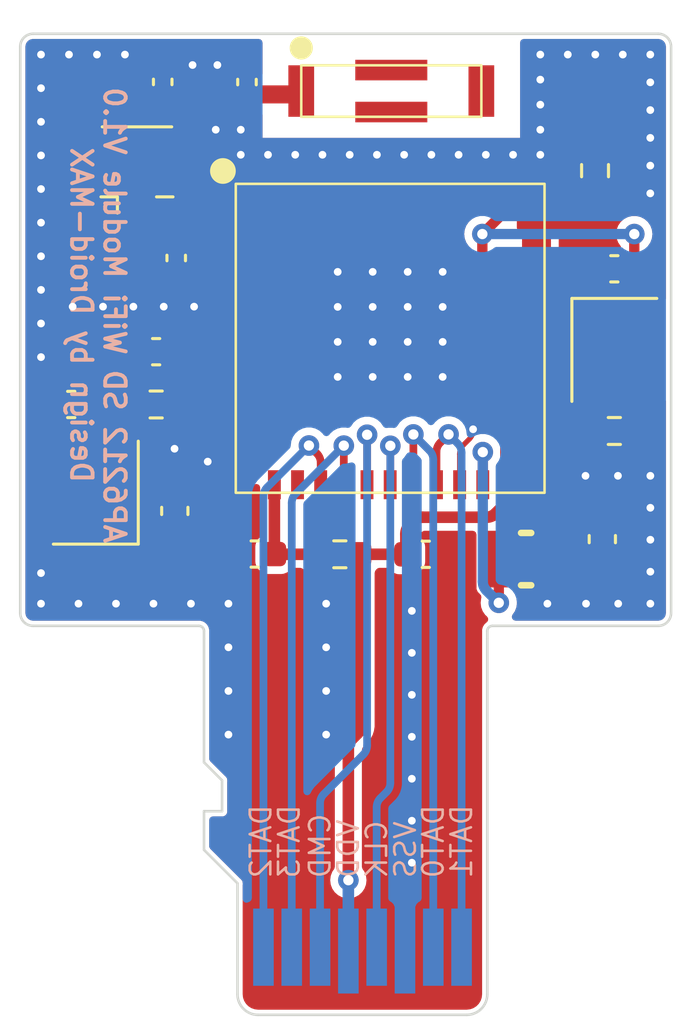
<source format=kicad_pcb>
(kicad_pcb (version 20221018) (generator pcbnew)
  (title_block (title "AP6212_SD_WiFi_Module") (date "2023-08-20") (rev "1.0"))
  (layers (0 "F.Cu" signal) (31 "B.Cu" signal) (34 "B.Paste" user) (35 "F.Paste" user) (36 "B.SilkS" user "B.Silkscreen") (37 "F.SilkS" user "F.Silkscreen") (38 "B.Mask" user) (39 "F.Mask" user) (44 "Edge.Cuts" user))
  (net 0 "")
  (net 1 "Net-(C1-Pad2)")
  (net 2 "Net-(U1-XTAL_IN)")
  (net 3 "VCC")
  (net 4 "Net-(U1-WL_REG_ON)")
  (net 5 "Net-(AE1-A)")
  (net 6 "GND")
  (net 7 "Net-(J1-In)")
  (net 8 "Net-(U1-VIN_LDO_OUT)")
  (net 9 "Net-(U1-VIN_LDO)")
  (net 10 "/SDIO_D2")
  (net 11 "/SDIO_D3")
  (net 12 "/SDIO_CMD")
  (net 13 "/SDIO_CLK")
  (net 14 "/SDIO_D0")
  (net 15 "/SDIO_D1")
  (net 21 "Net-(U1-XTAL_OUT)")
  (net 23 "Net-(U1-LPO)")
  (net 39 "Net-(X1-OUT)")
  (footprint "Capacitor_SMD:C_0603_1608Metric" (layer "F.Cu") (at 220.8 116.13)
    (fp_text reference "C10" hide)
    (fp_text value "0.1uF" hide)
    (fp_line (start -0.14058 -0.51) (end 0.14058 -0.51) (stroke (width 0.12)) (layer "F.SilkS"))
    (fp_line (start -0.14058 0.51) (end 0.14058 0.51) (stroke (width 0.12)) (layer "F.SilkS"))
    (pad "1" smd roundrect (at -0.775 0) (size 0.9 0.95) (layers "F.Cu" "F.Paste" "F.Mask") (net 6 "GND"))
    (pad "2" smd roundrect (at 0.775 0) (size 0.9 0.95) (layers "F.Cu" "F.Paste" "F.Mask") (net 3 "VCC"))
  )
  (footprint "Resistor_SMD:R_0603_1608Metric" (layer "F.Cu") (at 202.9925 121.4)
    (fp_text reference "R1" hide)
    (fp_text value "0R" hide)
    (fp_line (start -0.237258 -0.5225) (end 0.237258 -0.5225) (stroke (width 0.12)) (layer "F.SilkS"))
    (fp_line (start -0.237258 0.5225) (end 0.237258 0.5225) (stroke (width 0.12)) (layer "F.SilkS"))
    (pad "1" smd roundrect (at -0.825 0) (size 0.8 0.95) (layers "F.Cu" "F.Paste" "F.Mask") (net 1 "Net-(C1-Pad2)"))
    (pad "2" smd roundrect (at 0.825 0) (size 0.8 0.95) (layers "F.Cu" "F.Paste" "F.Mask") (net 2 "Net-(U1-XTAL_IN)"))
  )
  (footprint "Capacitor_SMD:C_0603_1608Metric" (layer "F.Cu") (at 220.333 126.631 90)
    (fp_text reference "C8" hide)
    (fp_text value "4.7uF" hide)
    (fp_line (start -0.14058 -0.51) (end 0.14058 -0.51) (stroke (width 0.12)) (layer "F.SilkS"))
    (fp_line (start -0.14058 0.51) (end 0.14058 0.51) (stroke (width 0.12)) (layer "F.SilkS"))
    (pad "1" smd roundrect (at -0.775 0 90) (size 0.9 0.95) (layers "F.Cu" "F.Paste" "F.Mask") (net 9 "Net-(U1-VIN_LDO)"))
    (pad "2" smd roundrect (at 0.775 0 90) (size 0.9 0.95) (layers "F.Cu" "F.Paste" "F.Mask") (net 6 "GND"))
  )
  (footprint "Connector_Coaxial:U.FL_Hirose_U.FL-R-SMT-1_Vertical" (layer "F.Cu") (at 202.2475 112.45 90)
    (fp_text reference "J1" hide)
    (fp_text value "Conn_Coaxial" hide)
    (fp_line (start -0.885 -1.4) (end -0.885 -0.76) (stroke (width 0.12)) (layer "F.SilkS"))
    (fp_line (start -0.885 -0.76) (end -1.515 -0.76) (stroke (width 0.12)) (layer "F.SilkS"))
    (fp_line (start -0.885 1.4) (end -0.885 0.76) (stroke (width 0.12)) (layer "F.SilkS"))
    (fp_line (start 1.835 -1.35) (end 1.835 1.35) (stroke (width 0.12)) (layer "F.SilkS"))
    (pad "1" smd rect (at -1.05 0 90) (size 1.05 1) (layers "F.Cu" "F.Paste" "F.Mask") (net 7 "Net-(J1-In)"))
    (pad "2" smd rect (at 0.475 -1.475 90) (size 2.2 1.05) (layers "F.Cu" "F.Paste" "F.Mask") (net 6 "GND"))
    (pad "2" smd rect (at 0.475 1.475 90) (size 2.2 1.05) (layers "F.Cu" "F.Paste" "F.Mask") (net 6 "GND"))
  )
  (footprint "Capacitor_SMD:C_0603_1608Metric" (layer "F.Cu") (at 213.4725 127.22)
    (fp_text reference "C9" hide)
    (fp_text value "4.7uF" hide)
    (fp_line (start -0.14058 -0.51) (end 0.14058 -0.51) (stroke (width 0.12)) (layer "F.SilkS"))
    (fp_line (start -0.14058 0.51) (end 0.14058 0.51) (stroke (width 0.12)) (layer "F.SilkS"))
    (pad "1" smd roundrect (at -0.775 0) (size 0.9 0.95) (layers "F.Cu" "F.Paste" "F.Mask") (net 3 "VCC"))
    (pad "2" smd roundrect (at 0.775 0) (size 0.9 0.95) (layers "F.Cu" "F.Paste" "F.Mask") (net 6 "GND"))
  )
  (footprint "Capacitor_SMD:C_0402_1005Metric" (layer "F.Cu") (at 203.2475 108.87 90)
    (fp_text reference "C4" hide)
    (fp_text value "3.3nH" hide)
    (fp_line (start -0.107836 -0.36) (end 0.107836 -0.36) (stroke (width 0.12)) (layer "F.SilkS"))
    (fp_line (start -0.107836 0.36) (end 0.107836 0.36) (stroke (width 0.12)) (layer "F.SilkS"))
    (pad "1" smd roundrect (at -0.48 0 90) (size 0.56 0.62) (layers "F.Cu" "F.Paste" "F.Mask") (net 7 "Net-(J1-In)"))
    (pad "2" smd roundrect (at 0.48 0 90) (size 0.56 0.62) (layers "F.Cu" "F.Paste" "F.Mask") (net 6 "GND"))
  )
  (footprint "Crystal:Crystal_SMD_3225-4Pin_3.2x2.5mm" (layer "F.Cu") (at 220.8 119.28 -90)
    (fp_text reference "X1" hide)
    (fp_text value "32.768KHz" hide)
    (fp_line (start -2 -1.65) (end -2 1.65) (stroke (width 0.12)) (layer "F.SilkS"))
    (fp_line (start -2 1.65) (end 2 1.65) (stroke (width 0.12)) (layer "F.SilkS"))
    (pad "1" smd rect (at -1.1 0.85 270) (size 1.4 1.2) (layers "F.Cu" "F.Paste" "F.Mask") (net 3 "VCC"))
    (pad "2" smd rect (at 1.1 0.85 270) (size 1.4 1.2) (layers "F.Cu" "F.Paste" "F.Mask") (net 6 "GND"))
    (pad "3" smd rect (at 1.1 -0.85 270) (size 1.4 1.2) (layers "F.Cu" "F.Paste" "F.Mask") (net 39 "Net-(X1-OUT)"))
    (pad "4" smd rect (at -1.1 -0.85 270) (size 1.4 1.2) (layers "F.Cu" "F.Paste" "F.Mask") (net 3 "VCC"))
  )
  (footprint "Capacitor_SMD:C_0402_1005Metric" (layer "F.Cu") (at 203.7725 115.71 90)
    (fp_text reference "C5" hide)
    (fp_text value "DNP" hide)
    (fp_line (start -0.107836 -0.36) (end 0.107836 -0.36) (stroke (width 0.12)) (layer "F.SilkS"))
    (fp_line (start -0.107836 0.36) (end 0.107836 0.36) (stroke (width 0.12)) (layer "F.SilkS"))
    (pad "1" smd roundrect (at -0.48 0 90) (size 0.56 0.62) (layers "F.Cu" "F.Paste" "F.Mask") (net 6 "GND"))
    (pad "2" smd roundrect (at 0.48 0 90) (size 0.56 0.62) (layers "F.Cu" "F.Paste" "F.Mask") (net 7 "Net-(J1-In)"))
  )
  (footprint "Capacitor_SMD:C_0603_1608Metric" (layer "F.Cu") (at 199.6925 121.4)
    (fp_text reference "C1" hide)
    (fp_text value "24pF" hide)
    (fp_line (start -0.14058 -0.51) (end 0.14058 -0.51) (stroke (width 0.12)) (layer "F.SilkS"))
    (fp_line (start -0.14058 0.51) (end 0.14058 0.51) (stroke (width 0.12)) (layer "F.SilkS"))
    (pad "1" smd roundrect (at -0.775 0) (size 0.9 0.95) (layers "F.Cu" "F.Paste" "F.Mask") (net 6 "GND"))
    (pad "2" smd roundrect (at 0.775 0) (size 0.9 0.95) (layers "F.Cu" "F.Paste" "F.Mask") (net 1 "Net-(C1-Pad2)"))
  )
  (footprint "Capacitor_SMD:C_0603_1608Metric" (layer "F.Cu") (at 206.8225 127.21 180)
    (fp_text reference "C7" hide)
    (fp_text value "0.1uF" hide)
    (fp_line (start -0.14058 -0.51) (end 0.14058 -0.51) (stroke (width 0.12)) (layer "F.SilkS"))
    (fp_line (start -0.14058 0.51) (end 0.14058 0.51) (stroke (width 0.12)) (layer "F.SilkS"))
    (pad "1" smd roundrect (at -0.775 0 180) (size 0.9 0.95) (layers "F.Cu" "F.Paste" "F.Mask") (net 4 "Net-(U1-WL_REG_ON)"))
    (pad "2" smd roundrect (at 0.775 0 180) (size 0.9 0.95) (layers "F.Cu" "F.Paste" "F.Mask") (net 6 "GND"))
  )
  (footprint "Custom_Libs:AT7020-E3R0" (layer "F.Cu") (at 212.132 109.225 180)
    (fp_text reference "AE1" hide)
    (fp_text value "Antenna" hide)
    (fp_rect (start -3.5 -1) (end 3.5 1) (stroke (width 0.1)) (fill none) (layer "F.SilkS"))
    (fp_circle (center 3.5 1.675) (end 3.9 1.675) (stroke (width 0.1)) (fill solid) (layer "F.SilkS"))
    (pad "1" smd rect (at 3.5 0 180) (size 1 2) (layers "F.Cu" "F.Paste" "F.Mask") (net 5 "Net-(AE1-A)"))
    (pad "2" smd rect (at -3.5 0 180) (size 1 2) (layers "F.Cu" "F.Paste" "F.Mask"))
    (pad "3" smd rect (at 0 -0.815 180) (size 2.8 0.8) (layers "F.Cu" "F.Paste" "F.Mask"))
    (pad "4" smd rect (at 0 0.815 180) (size 2.8 0.8) (layers "F.Cu" "F.Paste" "F.Mask"))
    (zone (net 0) (net_name "") (layers "*.Cu") (connect_pads (clearance 0)) (min_thickness 0.25)
      (keepout (tracks allowed) (vias not_allowed) (pads allowed) (copperpour not_allowed) (footprints not_allowed))
      (fill (thermal_gap 0.5) (thermal_bridge_width 0.5))
      (polygon (pts (xy 217.137 111.043) (xy 207.127 111.043) (xy 207.127 106.177) (xy 217.137 106.177)))
    )
  )
  (footprint "Capacitor_SMD:C_0603_1608Metric" (layer "F.Cu") (at 202.9925 119.35)
    (fp_text reference "C6" hide)
    (fp_text value "10uF" hide)
    (fp_line (start -0.14058 -0.51) (end 0.14058 -0.51) (stroke (width 0.12)) (layer "F.SilkS"))
    (fp_line (start -0.14058 0.51) (end 0.14058 0.51) (stroke (width 0.12)) (layer "F.SilkS"))
    (pad "1" smd roundrect (at -0.775 0) (size 0.9 0.95) (layers "F.Cu" "F.Paste" "F.Mask") (net 6 "GND"))
    (pad "2" smd roundrect (at 0.775 0) (size 0.9 0.95) (layers "F.Cu" "F.Paste" "F.Mask") (net 3 "VCC"))
  )
  (footprint "Resistor_SMD:R_0603_1608Metric" (layer "F.Cu") (at 220.8 122.43)
    (fp_text reference "R4" hide)
    (fp_text value "1K" hide)
    (fp_line (start -0.237258 -0.5225) (end 0.237258 -0.5225) (stroke (width 0.12)) (layer "F.SilkS"))
    (fp_line (start -0.237258 0.5225) (end 0.237258 0.5225) (stroke (width 0.12)) (layer "F.SilkS"))
    (pad "1" smd roundrect (at -0.825 0) (size 0.8 0.95) (layers "F.Cu" "F.Paste" "F.Mask") (net 23 "Net-(U1-LPO)"))
    (pad "2" smd roundrect (at 0.825 0) (size 0.8 0.95) (layers "F.Cu" "F.Paste" "F.Mask") (net 39 "Net-(X1-OUT)"))
  )
  (footprint "Resistor_SMD:R_0603_1608Metric" (layer "F.Cu") (at 220.05 112.3175 90)
    (fp_text reference "R3" hide)
    (fp_text value "10K" hide)
    (fp_line (start -0.237258 -0.5225) (end 0.237258 -0.5225) (stroke (width 0.12)) (layer "F.SilkS"))
    (fp_line (start -0.237258 0.5225) (end 0.237258 0.5225) (stroke (width 0.12)) (layer "F.SilkS"))
    (pad "1" smd roundrect (at -0.825 0 90) (size 0.8 0.95) (layers "F.Cu" "F.Paste" "F.Mask") (net 3 "VCC"))
    (pad "2" smd roundrect (at 0.825 0 90) (size 0.8 0.95) (layers "F.Cu" "F.Paste" "F.Mask") (net 6 "GND"))
  )
  (footprint "Custom_Libs:IND-SMD_L2.5-W2.0" (layer "F.Cu") (at 217.372 127.406 180)
    (fp_text reference "L2" hide)
    (fp_text value "4.7uH")
    (fp_line (start -0.197 1.016) (end 0.197 1.016) (stroke (width 0.254)) (layer "F.SilkS"))
    (fp_line (start 0.197 -1.016) (end -0.197 -1.016) (stroke (width 0.254)) (layer "F.SilkS"))
    (pad "1" smd rect (at 1.028 0 180) (size 1.2 2.2) (layers "F.Cu" "F.Paste" "F.Mask") (net 8 "Net-(U1-VIN_LDO_OUT)"))
    (pad "2" smd rect (at -1.028 0 180) (size 1.2 2.2) (layers "F.Cu" "F.Paste" "F.Mask") (net 9 "Net-(U1-VIN_LDO)"))
  )
  (footprint "Inductor_SMD:L_0402_1005Metric" (layer "F.Cu") (at 204.8875 109.355)
    (fp_text reference "L1" hide)
    (fp_text value "3.9nH" hide)
    (pad "1" smd roundrect (at -0.485 0) (size 0.59 0.64) (layers "F.Cu" "F.Paste" "F.Mask") (net 7 "Net-(J1-In)"))
    (pad "2" smd roundrect (at 0.485 0) (size 0.59 0.64) (layers "F.Cu" "F.Paste" "F.Mask") (net 5 "Net-(AE1-A)"))
  )
  (footprint "Capacitor_SMD:C_0603_1608Metric" (layer "F.Cu") (at 203.7175 125.535 90)
    (fp_text reference "C2" hide)
    (fp_text value "27pF" hide)
    (fp_line (start -0.14058 -0.51) (end 0.14058 -0.51) (stroke (width 0.12)) (layer "F.SilkS"))
    (fp_line (start -0.14058 0.51) (end 0.14058 0.51) (stroke (width 0.12)) (layer "F.SilkS"))
    (pad "1" smd roundrect (at -0.775 0 90) (size 0.9 0.95) (layers "F.Cu" "F.Paste" "F.Mask") (net 6 "GND"))
    (pad "2" smd roundrect (at 0.775 0 90) (size 0.9 0.95) (layers "F.Cu" "F.Paste" "F.Mask") (net 21 "Net-(U1-XTAL_OUT)"))
  )
  (footprint "Crystal:Crystal_SMD_3225-4Pin_3.2x2.5mm" (layer "F.Cu") (at 200.6475 124.825 90)
    (fp_text reference "Y1" hide)
    (fp_text value "26MHz" hide)
    (fp_line (start -2 -1.65) (end -2 1.65) (stroke (width 0.12)) (layer "F.SilkS"))
    (fp_line (start -2 1.65) (end 2 1.65) (stroke (width 0.12)) (layer "F.SilkS"))
    (pad "1" smd rect (at -1.1 0.85 90) (size 1.4 1.2) (layers "F.Cu" "F.Paste" "F.Mask") (net 21 "Net-(U1-XTAL_OUT)"))
    (pad "2" smd rect (at 1.1 0.85 90) (size 1.4 1.2) (layers "F.Cu" "F.Paste" "F.Mask") (net 6 "GND"))
    (pad "3" smd rect (at 1.1 -0.85 90) (size 1.4 1.2) (layers "F.Cu" "F.Paste" "F.Mask") (net 1 "Net-(C1-Pad2)"))
    (pad "4" smd rect (at -1.1 -0.85 90) (size 1.4 1.2) (layers "F.Cu" "F.Paste" "F.Mask") (net 6 "GND"))
  )
  (footprint "Resistor_SMD:R_0603_1608Metric" (layer "F.Cu") (at 210.1325 127.22 180)
    (fp_text reference "R2" hide)
    (fp_text value "10K" hide)
    (fp_line (start -0.237258 -0.5225) (end 0.237258 -0.5225) (stroke (width 0.12)) (layer "F.SilkS"))
    (fp_line (start -0.237258 0.5225) (end 0.237258 0.5225) (stroke (width 0.12)) (layer "F.SilkS"))
    (pad "1" smd roundrect (at -0.825 0 180) (size 0.8 0.95) (layers "F.Cu" "F.Paste" "F.Mask") (net 3 "VCC"))
    (pad "2" smd roundrect (at 0.825 0 180) (size 0.8 0.95) (layers "F.Cu" "F.Paste" "F.Mask") (net 4 "Net-(U1-WL_REG_ON)"))
  )
  (footprint "Custom_Libs:AP6212" (layer "F.Cu") (at 212.0875 118.83)
    (fp_text reference "U1" hide)
    (fp_text value "AP6212" hide)
    (fp_rect (start -6 -6) (end 6 6) (stroke (width 0.1)) (fill none) (layer "F.SilkS"))
    (fp_circle (center -6.5 -6.5) (end -6.05 -6.5) (stroke (width 0.1)) (fill solid) (layer "F.SilkS"))
    (pad "1" smd rect (at -5.6875 -4.5) (size 1.125 0.5) (layers "F.Cu" "F.Paste" "F.Mask") (net 6 "GND"))
    (pad "2" smd rect (at -5.6875 -3.6) (size 1.125 0.5) (layers "F.Cu" "F.Paste" "F.Mask") (net 7 "Net-(J1-In)"))
    (pad "3" smd rect (at -5.6875 -2.7) (size 1.125 0.5) (layers "F.Cu" "F.Paste" "F.Mask") (net 6 "GND"))
    (pad "4" smd rect (at -5.6875 -1.8) (size 1.125 0.5) (layers "F.Cu" "F.Paste" "F.Mask"))
    (pad "5" smd rect (at -5.6875 -0.9) (size 1.125 0.5) (layers "F.Cu" "F.Paste" "F.Mask"))
    (pad "6" smd rect (at -5.6875 0) (size 1.125 0.5) (layers "F.Cu" "F.Paste" "F.Mask"))
    (pad "7" smd rect (at -5.6875 0.9) (size 1.125 0.5) (layers "F.Cu" "F.Paste" "F.Mask"))
    (pad "8" smd rect (at -5.6875 1.8) (size 1.125 0.5) (layers "F.Cu" "F.Paste" "F.Mask"))
    (pad "9" smd rect (at -5.6875 2.7) (size 1.125 0.5) (layers "F.Cu" "F.Paste" "F.Mask") (net 3 "VCC"))
    (pad "10" smd rect (at -5.6875 3.6) (size 1.125 0.5) (layers "F.Cu" "F.Paste" "F.Mask") (net 2 "Net-(U1-XTAL_IN)"))
    (pad "11" smd rect (at -5.6875 4.5) (size 1.125 0.5) (layers "F.Cu" "F.Paste" "F.Mask") (net 21 "Net-(U1-XTAL_OUT)"))
    (pad "12" smd rect (at -4.5 5.6875) (size 0.5 1.125) (layers "F.Cu" "F.Paste" "F.Mask") (net 4 "Net-(U1-WL_REG_ON)"))
    (pad "13" smd rect (at -3.6 5.6875) (size 0.5 1.125) (layers "F.Cu" "F.Paste" "F.Mask"))
    (pad "14" smd rect (at -2.7 5.6875) (size 0.5 1.125) (layers "F.Cu" "F.Paste" "F.Mask") (net 10 "/SDIO_D2"))
    (pad "15" smd rect (at -1.8 5.6875) (size 0.5 1.125) (layers "F.Cu" "F.Paste" "F.Mask") (net 11 "/SDIO_D3"))
    (pad "16" smd rect (at -0.9 5.6875) (size 0.5 1.125) (layers "F.Cu" "F.Paste" "F.Mask") (net 12 "/SDIO_CMD"))
    (pad "17" smd rect (at 0 5.6875) (size 0.5 1.125) (layers "F.Cu" "F.Paste" "F.Mask") (net 13 "/SDIO_CLK"))
    (pad "18" smd rect (at 0.9 5.6875) (size 0.5 1.125) (layers "F.Cu" "F.Paste" "F.Mask") (net 14 "/SDIO_D0"))
    (pad "19" smd rect (at 1.8 5.6875) (size 0.5 1.125) (layers "F.Cu" "F.Paste" "F.Mask") (net 15 "/SDIO_D1"))
    (pad "20" smd rect (at 2.7 5.6875) (size 0.5 1.125) (layers "F.Cu" "F.Paste" "F.Mask") (net 6 "GND"))
    (pad "21" smd rect (at 3.6 5.6875) (size 0.5 1.125) (layers "F.Cu" "F.Paste" "F.Mask") (net 8 "Net-(U1-VIN_LDO_OUT)"))
    (pad "22" smd rect (at 4.5 5.6875) (size 0.5 1.125) (layers "F.Cu" "F.Paste" "F.Mask") (net 3 "VCC"))
    (pad "23" smd rect (at 5.6875 4.5) (size 1.125 0.5) (layers "F.Cu" "F.Paste" "F.Mask") (net 9 "Net-(U1-VIN_LDO)"))
    (pad "24" smd rect (at 5.6875 3.6) (size 1.125 0.5) (layers "F.Cu" "F.Paste" "F.Mask") (net 23 "Net-(U1-LPO)"))
    (pad "25" smd rect (at 5.6875 2.7) (size 1.125 0.5) (layers "F.Cu" "F.Paste" "F.Mask"))
    (pad "26" smd rect (at 5.6875 1.8) (size 1.125 0.5) (layers "F.Cu" "F.Paste" "F.Mask"))
    (pad "27" smd rect (at 5.6875 0.9) (size 1.125 0.5) (layers "F.Cu" "F.Paste" "F.Mask"))
    (pad "28" smd rect (at 5.6875 0) (size 1.125 0.5) (layers "F.Cu" "F.Paste" "F.Mask"))
    (pad "29" smd rect (at 5.6875 -0.9) (size 1.125 0.5) (layers "F.Cu" "F.Paste" "F.Mask"))
    (pad "30" smd rect (at 5.6875 -1.8) (size 1.125 0.5) (layers "F.Cu" "F.Paste" "F.Mask"))
    (pad "31" smd rect (at 5.6875 -2.7) (size 1.125 0.5) (layers "F.Cu" "F.Paste" "F.Mask") (net 6 "GND"))
    (pad "32" smd rect (at 5.6875 -3.6) (size 1.125 0.5) (layers "F.Cu" "F.Paste" "F.Mask"))
    (pad "33" smd rect (at 5.6875 -4.5) (size 1.125 0.5) (layers "F.Cu" "F.Paste" "F.Mask") (net 6 "GND"))
    (pad "34" smd rect (at 4.5 -5.6875) (size 0.5 1.125) (layers "F.Cu" "F.Paste" "F.Mask") (net 3 "VCC"))
    (pad "35" smd rect (at 3.6 -5.6875) (size 0.5 1.125) (layers "F.Cu" "F.Paste" "F.Mask"))
    (pad "36" smd rect (at 2.7 -5.6875) (size 0.5 1.125) (layers "F.Cu" "F.Paste" "F.Mask") (net 6 "GND"))
    (pad "37" smd rect (at 1.8 -5.6875) (size 0.5 1.125) (layers "F.Cu" "F.Paste" "F.Mask"))
    (pad "38" smd rect (at 0.9 -5.6875) (size 0.5 1.125) (layers "F.Cu" "F.Paste" "F.Mask"))
    (pad "39" smd rect (at 0 -5.6875) (size 0.5 1.125) (layers "F.Cu" "F.Paste" "F.Mask"))
    (pad "40" smd rect (at -0.9 -5.6875) (size 0.5 1.125) (layers "F.Cu" "F.Paste" "F.Mask"))
    (pad "41" smd rect (at -1.8 -5.6875) (size 0.5 1.125) (layers "F.Cu" "F.Paste" "F.Mask"))
    (pad "42" smd rect (at -2.7 -5.6875) (size 0.5 1.125) (layers "F.Cu" "F.Paste" "F.Mask"))
    (pad "43" smd rect (at -3.6 -5.6875) (size 0.5 1.125) (layers "F.Cu" "F.Paste" "F.Mask"))
    (pad "44" smd rect (at -4.5 -5.6875) (size 0.5 1.125) (layers "F.Cu" "F.Paste" "F.Mask"))
    (pad "45" smd circle (at -2.7 -3.6) (size 0.6 0.6) (layers "F.Cu" "F.Paste" "F.Mask"))
    (pad "46" smd circle (at -0.9 -3.6) (size 0.6 0.6) (layers "F.Cu" "F.Paste" "F.Mask"))
    (pad "47" smd circle (at 0.9 -3.6) (size 0.6 0.6) (layers "F.Cu" "F.Paste" "F.Mask"))
  )
  (footprint "Capacitor_SMD:C_0402_1005Metric" (layer "F.Cu") (at 206.5225 108.875 90)
    (fp_text reference "C3" hide)
    (fp_text value "3.3nH" hide)
    (fp_line (start -0.107836 -0.36) (end 0.107836 -0.36) (stroke (width 0.12)) (layer "F.SilkS"))
    (fp_line (start -0.107836 0.36) (end 0.107836 0.36) (stroke (width 0.12)) (layer "F.SilkS"))
    (pad "1" smd roundrect (at -0.48 0 90) (size 0.56 0.62) (layers "F.Cu" "F.Paste" "F.Mask") (net 5 "Net-(AE1-A)"))
    (pad "2" smd roundrect (at 0.48 0 90) (size 0.56 0.62) (layers "F.Cu" "F.Paste" "F.Mask") (net 6 "GND"))
  )
  (footprint "Custom_Libs:TFCARD" (layer "B.Cu") (at 211.013 142.5565 180)
    (fp_text reference "J2" hide)
    (fp_text value "TF_Card" hide)
    (fp_text user "CMD" (at 1.65 2.685 90) (layer "B.SilkS") (effects (font (size 0.8 0.8) (thickness 0.1)) (justify right mirror)))
    (fp_text user "DAT0" (at -2.75 2.685 90) (layer "B.SilkS") (effects (font (size 0.8 0.8) (thickness 0.1)) (justify right mirror)))
    (fp_text user "DAT3" (at 2.85 2.685 90) (layer "B.SilkS") (effects (font (size 0.8 0.8) (thickness 0.1)) (justify right mirror)))
    (fp_text user "DAT1" (at -3.85 2.685 90) (layer "B.SilkS") (effects (font (size 0.8 0.8) (thickness 0.1)) (justify right mirror)))
    (fp_text user "DAT2" (at 3.95 2.685 90) (layer "B.SilkS") (effects (font (size 0.8 0.8) (thickness 0.1)) (justify right mirror)))
    (fp_text user "VDD" (at 0.55 2.685 90) (layer "B.SilkS") (effects (font (size 0.8 0.8) (thickness 0.1)) (justify right mirror)))
    (fp_text user "CLK" (at -0.55 2.685 90) (layer "B.SilkS") (effects (font (size 0.8 0.8) (thickness 0.1)) (justify right mirror)))
    (fp_text user "VSS" (at -1.667 2.69 90) (layer "B.SilkS") (effects (font (size 0.8 0.8) (thickness 0.1)) (justify right mirror)))
    (fp_line (start -4.849 -1.754) (end -4.849 12.056) (stroke (width 0.1)) (layer "Edge.Cuts"))
    (fp_line (start -4.049 -2.554) (end 4.059001 -2.554) (stroke (width 0.1)) (layer "Edge.Cuts"))
    (fp_line (start 4.859001 -1.754) (end 4.859001 2.556) (stroke (width 0.1)) (layer "Edge.Cuts"))
    (fp_line (start 5.459 5.357) (end 6.16 5.357) (stroke (width 0.1)) (layer "Edge.Cuts"))
    (fp_line (start 5.459 6.554) (end 5.459 5.357) (stroke (width 0.1)) (layer "Edge.Cuts"))
    (fp_line (start 5.459 6.554) (end 6.16 7.255) (stroke (width 0.1)) (layer "Edge.Cuts"))
    (fp_line (start 6.16 3.855) (end 4.859001 2.556) (stroke (width 0.1)) (layer "Edge.Cuts"))
    (fp_line (start 6.16 3.855) (end 6.16 5.357) (stroke (width 0.1)) (layer "Edge.Cuts"))
    (fp_line (start 6.16 7.255) (end 6.16 12.056) (stroke (width 0.1)) (layer "Edge.Cuts"))
    (fp_arc (start -4.849 -1.754) (mid -4.614685 -2.319685) (end -4.049 -2.554) (stroke (width 0.1)) (layer "Edge.Cuts"))
    (fp_arc (start 4.059001 -2.554) (mid 4.624686 -2.319685) (end 4.859001 -1.754) (stroke (width 0.1)) (layer "Edge.Cuts"))
    (pad "1" smd rect (at 3.85 0.075) (size 0.8 3) (layers "B.Cu" "B.Paste" "B.Mask") (net 10 "/SDIO_D2"))
    (pad "2" smd rect (at 2.751 0.075) (size 0.8 3) (layers "B.Cu" "B.Paste" "B.Mask") (net 11 "/SDIO_D3"))
    (pad "3" smd rect (at 1.65 0.075) (size 0.8 3) (layers "B.Cu" "B.Paste" "B.Mask") (net 12 "/SDIO_CMD"))
    (pad "4" smd rect (at 0.55 -0.075) (size 0.8 3.3) (layers "B.Cu" "B.Paste" "B.Mask") (net 3 "VCC"))
    (pad "5" smd rect (at -0.55 0.075) (size 0.8 3) (layers "B.Cu" "B.Paste" "B.Mask") (net 13 "/SDIO_CLK"))
    (pad "6" smd rect (at -1.65 -0.075) (size 0.8 3.3) (layers "B.Cu" "B.Paste" "B.Mask") (net 6 "GND"))
    (pad "7" smd rect (at -2.75 0.075) (size 0.8 3) (layers "B.Cu" "B.Paste" "B.Mask") (net 14 "/SDIO_D0"))
    (pad "8" smd rect (at -3.85 0.075) (size 0.8 3) (layers "B.Cu" "B.Paste" "B.Mask") (net 15 "/SDIO_D1"))
  )
  (gr_line (start 204.853 130.2) (end 204.853 130.5005) (stroke (width 0.1)) (layer "Edge.Cuts"))
  (gr_line (start 215.862 130.2) (end 215.862 130.5005) (stroke (width 0.1)) (layer "Edge.Cuts"))
  (gr_line (start 198.21 130) (end 204.653 130) (stroke (width 0.1)) (layer "Edge.Cuts"))
  (gr_line (start 197.71 107.5) (end 197.71 129.5) (stroke (width 0.1)) (layer "Edge.Cuts"))
  (gr_line (start 223.005 129.5) (end 223.005 107.5) (stroke (width 0.1)) (layer "Edge.Cuts"))
  (gr_line (start 222.505 130) (end 216.062 130) (stroke (width 0.1)) (layer "Edge.Cuts"))
  (gr_arc (start 197.71 107.5) (mid 197.856446 107.146446) (end 198.21 107) (stroke (width 0.1)) (layer "Edge.Cuts"))
  (gr_arc (start 222.505 107) (mid 222.858554 107.146446) (end 223.005 107.5) (stroke (width 0.1)) (layer "Edge.Cuts"))
  (gr_arc (start 215.862 130.2) (mid 215.920579 130.058579) (end 216.062 130) (stroke (width 0.1)) (layer "Edge.Cuts"))
  (gr_line (start 222.505 107) (end 198.21 107) (stroke (width 0.1)) (layer "Edge.Cuts"))
  (gr_arc (start 204.653 130) (mid 204.794421 130.058579) (end 204.853 130.2) (stroke (width 0.1)) (layer "Edge.Cuts"))
  (gr_arc (start 223.005 129.5) (mid 222.858554 129.853554) (end 222.505 130) (stroke (width 0.1)) (layer "Edge.Cuts"))
  (gr_arc (start 198.21 130) (mid 197.856447 129.853553) (end 197.71 129.5) (stroke (width 0.1)) (layer "Edge.Cuts"))
  (gr_text "AP6212 SD WiFi Module V1.0\nDesign by Droid-MAX\n" (at 199.6175 117.93 -90) (layer "B.SilkS") (effects (font (size 0.8 0.8)) (justify bottom mirror)))
  (segment (start 199.943947 121.923553) (end 200.4675 121.4) (width 0.4) (layer "F.Cu") (net 1))
  (segment (start 199.7975 123.725) (end 199.7975 122.277107) (width 0.4) (layer "F.Cu") (net 1))
  (segment (start 202.1675 121.4) (end 200.4675 121.4) (width 0.4) (layer "F.Cu") (net 1))
  (arc (start 199.943947 121.923553) (mid 199.83556 122.085765) (end 199.7975 122.277107) (width 0.4) (layer "F.Cu") (net 1))
  (segment (start 206.4 122.43) (end 205.054607 122.43) (width 0.4) (layer "F.Cu") (net 2))
  (segment (start 204.701053 122.283553) (end 203.8175 121.4) (width 0.4) (layer "F.Cu") (net 2))
  (arc (start 205.054607 122.43) (mid 204.863265 122.39194) (end 204.701053 122.283553) (width 0.4) (layer "F.Cu") (net 2))
  (segment (start 216.5875 125.126447) (end 216.5875 124.5175) (width 0.45) (layer "F.Cu") (net 3))
  (segment (start 219.95 118.18) (end 221.65 118.18) (width 0.4) (layer "F.Cu") (net 3))
  (segment (start 206.4 121.53) (end 205.594607 121.53) (width 0.45) (layer "F.Cu") (net 3))
  (segment (start 210.463 134.744107) (end 210.463 139.88) (width 0.45) (layer "F.Cu") (net 3))
  (segment (start 212.843947 126.082553) (end 213.000054 125.926446) (width 0.45) (layer "F.Cu") (net 3))
  (segment (start 216.441053 121.920553) (end 216.196946 121.676446) (width 0.45) (layer "F.Cu") (net 3))
  (segment (start 210.811053 134.188947) (end 210.609446 134.390554) (width 0.45) (layer "F.Cu") (net 3))
  (segment (start 204.525 119.35) (end 203.7675 119.35) (width 0.45) (layer "F.Cu") (net 3))
  (segment (start 216.183947 125.633553) (end 216.514277 125.303223) (width 0.45) (layer "F.Cu") (net 3))
  (segment (start 216.5875 113.1425) (end 220.05 113.1425) (width 0.4) (layer "F.Cu") (net 3))
  (segment (start 221.575 118.105) (end 221.65 118.18) (width 0.4) (layer "F.Cu") (net 3))
  (segment (start 205.025 120.960393) (end 205.025 119.85) (width 0.45) (layer "F.Cu") (net 3))
  (segment (start 205.241053 121.383553) (end 205.171446 121.313946) (width 0.45) (layer "F.Cu") (net 3))
  (segment (start 215.6705 114.78) (end 215.6705 121.357107) (width 0.4) (layer "F.Cu") (net 3))
  (segment (start 216.5875 124.5175) (end 216.5875 122.274107) (width 0.45) (layer "F.Cu") (net 3))
  (segment (start 212.6975 127.22) (end 212.6975 126.436107) (width 0.45) (layer "F.Cu") (net 3))
  (segment (start 215.843393 121.53) (end 206.4 121.53) (width 0.45) (layer "F.Cu") (net 3))
  (segment (start 221.575 116.13) (end 221.575 114.78) (width 0.4) (layer "F.Cu") (net 3))
  (segment (start 216.5875 113.738736) (end 216.5875 113.1425) (width 0.4) (layer "F.Cu") (net 3))
  (segment (start 215.6705 114.78) (end 216.499632 113.950868) (width 0.4) (layer "F.Cu") (net 3))
  (segment (start 210.9575 127.22) (end 212.6975 127.22) (width 0.45) (layer "F.Cu") (net 3))
  (segment (start 221.575 116.13) (end 221.575 118.105) (width 0.4) (layer "F.Cu") (net 3))
  (segment (start 210.9575 127.22) (end 210.9575 133.835393) (width 0.45) (layer "F.Cu") (net 3))
  (segment (start 215.6705 121.357107) (end 215.843393 121.53) (width 0.4) (layer "F.Cu") (net 3))
  (segment (start 213.353607 125.78) (end 215.830393 125.78) (width 0.45) (layer "F.Cu") (net 3))
  (via (at 215.6705 114.78) (size 0.8) (drill 0.4) (layers "F.Cu" "B.Cu") (net 3))
  (via (at 221.575 114.78) (size 0.8) (drill 0.4) (layers "F.Cu" "B.Cu") (net 3))
  (via (at 210.463 139.88) (size 0.8) (drill 0.4) (layers "F.Cu" "B.Cu") (net 3))
  (arc (start 213.000054 125.926446) (mid 213.162266 125.81806) (end 213.353607 125.78) (width 0.45) (layer "F.Cu") (net 3))
  (arc (start 210.9575 133.835393) (mid 210.91944 134.026735) (end 210.811053 134.188947) (width 0.45) (layer "F.Cu") (net 3))
  (arc (start 216.441053 121.920553) (mid 216.54944 122.082765) (end 216.5875 122.274107) (width 0.45) (layer "F.Cu") (net 3))
  (arc (start 212.843947 126.082553) (mid 212.73556 126.244765) (end 212.6975 126.436107) (width 0.45) (layer "F.Cu") (net 3))
  (arc (start 205.171446 121.313946) (mid 205.06306 121.151734) (end 205.025 120.960393) (width 0.45) (layer "F.Cu") (net 3))
  (arc (start 210.463 134.744107) (mid 210.50106 134.552766) (end 210.609446 134.390554) (width 0.45) (layer "F.Cu") (net 3))
  (arc (start 216.196946 121.676446) (mid 216.034734 121.56806) (end 215.843393 121.53) (width 0.45) (layer "F.Cu") (net 3))
  (arc (start 216.183947 125.633553) (mid 216.021735 125.74194) (end 215.830393 125.78) (width 0.45) (layer "F.Cu") (net 3))
  (arc (start 204.525 119.35) (mid 204.878553 119.496447) (end 205.025 119.85) (width 0.45) (layer "F.Cu") (net 3))
  (arc (start 216.499632 113.950868) (mid 216.564664 113.853541) (end 216.5875 113.738736) (width 0.4) (layer "F.Cu") (net 3))
  (arc (start 205.594607 121.53) (mid 205.403265 121.49194) (end 205.241053 121.383553) (width 0.45) (layer "F.Cu") (net 3))
  (arc (start 216.5875 125.126447) (mid 216.56847 125.222118) (end 216.514277 125.303223) (width 0.45) (layer "F.Cu") (net 3))
  (segment (start 210.463 142.6315) (end 210.463 139.88) (width 0.45) (layer "B.Cu") (net 3))
  (segment (start 215.6705 114.78) (end 221.575 114.78) (width 0.4) (layer "B.Cu") (net 3))
  (segment (start 207.5875 127.2) (end 207.5975 127.21) (width 0.4) (layer "F.Cu") (net 4))
  (segment (start 207.6075 127.22) (end 207.5975 127.21) (width 0.4) (layer "F.Cu") (net 4))
  (segment (start 207.5875 124.5175) (end 207.5875 127.2) (width 0.45) (layer "F.Cu") (net 4))
  (segment (start 209.3075 127.22) (end 207.6075 127.22) (width 0.45) (layer "F.Cu") (net 4))
  (segment (start 205.3725 109.355) (end 206.5225 109.355) (width 0.7) (layer "F.Cu") (net 5))
  (segment (start 206.5225 109.355) (end 208.4675 109.355) (width 0.7) (layer "F.Cu") (net 5))
  (segment (start 208.4675 109.355) (end 208.5975 109.225) (width 0.7) (layer "F.Cu") (net 5))
  (segment (start 214.7875 124.5175) (end 214.7875 123.328057) (width 0.2) (layer "F.Cu") (net 6))
  (segment (start 215.3105 122.390843) (end 215.3105 122.363) (width 0.2) (layer "F.Cu") (net 6))
  (segment (start 214.933947 122.974503) (end 215.164054 122.744396) (width 0.2) (layer "F.Cu") (net 6))
  (via (at 205.3085 110.727) (size 0.5) (drill 0.3) (layers "F.Cu" "B.Cu") (net 6))
  (via (at 198.518 109.113777) (size 0.5) (drill 0.3) (layers "F.Cu" "B.Cu") (net 6))
  (via (at 217.9225 108.781) (size 0.5) (drill 0.3) (layers "F.Cu" "B.Cu") (net 6))
  (via (at 210.0485 117.609) (size 0.5) (drill 0.3) (layers "F.Cu" "B.Cu") (net 6))
  (via (at 222.197 109.9648) (size 0.5) (drill 0.3) (layers "F.Cu" "B.Cu") (net 6))
  (via (at 206.2815 111.7) (size 0.5) (drill 0.3) (layers "F.Cu" "B.Cu") (net 6))
  (via (at 209.6 134.224) (size 0.5) (drill 0.3) (layers "F.Cu" "B.Cu") (net 6))
  (via (at 203.2875 117.6) (size 0.5) (drill 0.3) (layers "F.Cu" "B.Cu") (net 6))
  (via (at 217.9225 107.808) (size 0.5) (drill 0.3) (layers "F.Cu" "B.Cu") (net 6))
  (via (at 210.0485 118.969) (size 0.5) (drill 0.3) (layers "F.Cu" "B.Cu") (net 6))
  (via (at 200.9275 117.6) (size 0.5) (drill 0.3) (layers "F.Cu" "B.Cu") (net 6))
  (via (at 210.0485 116.249) (size 0.5) (drill 0.3) (layers "F.Cu" "B.Cu") (net 6))
  (via (at 220.94 124.171) (size 0.5) (drill 0.3) (layers "F.Cu" "B.Cu") (net 6))
  (via (at 222.197 107.808) (size 0.5) (drill 0.3) (layers "F.Cu" "B.Cu") (net 6))
  (via (at 217.9225 111.7) (size 0.5) (drill 0.3) (layers "F.Cu" "B.Cu") (net 6))
  (via (at 198.518 114.336885) (size 0.5) (drill 0.3) (layers "F.Cu" "B.Cu") (net 6))
  (via (at 198.518 119.56) (size 0.5) (drill 0.3) (layers "F.Cu" "B.Cu") (net 6))
  (via (at 211.4085 116.249) (size 0.5) (drill 0.3) (layers "F.Cu" "B.Cu") (net 6))
  (via (at 198.518 113.031108) (size 0.5) (drill 0.3) (layers "F.Cu" "B.Cu") (net 6))
  (via (at 218.991125 107.808) (size 0.5) (drill 0.3) (layers "F.Cu" "B.Cu") (net 6))
  (via (at 220.05975 107.808) (size 0.5) (drill 0.3) (layers "F.Cu" "B.Cu") (net 6))
  (via (at 212.7685 116.249) (size 0.5) (drill 0.3) (layers "F.Cu" "B.Cu") (net 6))
  (via (at 211.4085 120.329) (size 0.5) (drill 0.3) (layers "F.Cu" "B.Cu") (net 6))
  (via (at 216.86422 111.7) (size 0.5) (drill 0.3) (layers "F.Cu" "B.Cu") (net 6))
  (via (at 204.4675 117.6) (size 0.5) (drill 0.3) (layers "F.Cu" "B.Cu") (net 6))
  (via (at 198.518 115.642662) (size 0.5) (drill 0.3) (layers "F.Cu" "B.Cu") (net 6))
  (via (at 198.518 110.419554) (size 0.5) (drill 0.3) (layers "F.Cu" "B.Cu") (net 6))
  (via (at 198.518 129.138) (size 0.5) (drill 0.3) (layers "F.Cu" "B.Cu") (net 6))
  (via (at 205.8025 130.833333) (size 0.5) (drill 0.3) (layers "F.Cu" "B.Cu") (net 6))
  (via (at 206.2815 110.727) (size 0.5) (drill 0.3) (layers "F.Cu" "B.Cu") (net 6))
  (via (at 208.398044 111.7) (size 0.5) (drill 0.3) (layers "F.Cu" "B.Cu") (net 6))
  (via (at 222.2 129.138) (size 0.5) (drill 0.3) (layers "F.Cu" "B.Cu") (net 6))
  (via (at 201.78 107.808) (size 0.5) (drill 0.3) (layers "F.Cu" "B.Cu") (net 6))
  (via (at 211.57286 111.7) (size 0.5) (drill 0.3) (layers "F.Cu" "B.Cu") (net 6))
  (via (at 214.1285 118.969) (size 0.5) (drill 0.3) (layers "F.Cu" "B.Cu") (net 6))
  (via (at 222.197 113.2) (size 0.5) (drill 0.3) (layers "F.Cu" "B.Cu") (net 6))
  (via (at 201.4318 129.138) (size 0.5) (drill 0.3) (layers "F.Cu" "B.Cu") (net 6))
  (via (at 212.7685 120.329) (size 0.5) (drill 0.3) (layers "F.Cu" "B.Cu") (net 6))
  (via (at 222.197 112.1216) (size 0.5) (drill 0.3) (layers "F.Cu" "B.Cu") (net 6))
  (via (at 205.8025 132.528666) (size 0.5) (drill 0.3) (layers "F.Cu" "B.Cu") (net 6))
  (via (at 212.93 129.418) (size 0.5) (drill 0.3) (layers "F.Cu" "B.Cu") (net 6))
  (via (at 205.8025 129.138) (size 0.5) (drill 0.3) (layers "F.Cu" "B.Cu") (net 6))
  (via (at 215.805948 111.7) (size 0.5) (drill 0.3) (layers "F.Cu" "B.Cu") (net 6))
  (via (at 217.9225 109.754) (size 0.5) (drill 0.3) (layers "F.Cu" "B.Cu") (net 6))
  (via (at 198.518 127.95) (size 0.5) (drill 0.3) (layers "F.Cu" "B.Cu") (net 6))
  (via (at 198.518 107.808) (size 0.5) (drill 0.3) (layers "F.Cu" "B.Cu") (net 6))
  (via (at 222.2 127.89625) (size 0.5) (drill 0.3) (layers "F.Cu" "B.Cu") (net 6))
  (via (at 202.8887 129.138) (size 0.5) (drill 0.3) (layers "F.Cu" "B.Cu") (net 6))
  (via (at 204.3456 129.138) (size 0.5) (drill 0.3) (layers "F.Cu" "B.Cu") (net 6))
  (via (at 198.518 111.725331) (size 0.5) (drill 0.3) (layers "F.Cu" "B.Cu") (net 6))
  (via (at 222.2 126.6545) (size 0.5) (drill 0.3) (layers "F.Cu" "B.Cu") (net 6))
  (via (at 212.93 134.308999) (size 0.5) (drill 0.3) (layers "F.Cu" "B.Cu") (net 6))
  (via (at 214.747676 111.7) (size 0.5) (drill 0.3) (layers "F.Cu" "B.Cu") (net 6))
  (via (at 220.95 129.138) (size 0.5) (drill 0.3) (layers "F.Cu" "B.Cu") (net 6))
  (via (at 212.93 131.048333) (size 0.5) (drill 0.3) (layers "F.Cu" "B.Cu") (net 6))
  (via (at 209.6 130.833333) (size 0.5) (drill 0.3) (layers "F.Cu" "B.Cu") (net 6))
  (via (at 211.4085 117.609) (size 0.5) (drill 0.3) (layers "F.Cu" "B.Cu") (net 6))
  (via (at 204.4075 108.214) (size 0.5) (drill 0.3) (layers "F.Cu" "B.Cu") (net 6))
  (via (at 198.518 116.948439) (size 0.5) (drill 0.3) (layers "F.Cu" "B.Cu") (net 6))
  (via (at 212.93 137.569665) (size 0.5) (drill 0.3) (layers "F.Cu" "B.Cu") (net 6))
  (via (at 199.9749 129.138) (size 0.5) (drill 0.3) (layers "F.Cu" "B.Cu") (net 6))
  (via (at 222.197 108.8864) (size 0.5) (drill 0.3) (layers "F.Cu" "B.Cu") (net 6))
  (via (at 205.3725 108.214) (size 0.5) (drill 0.3) (layers "F.Cu" "B.Cu") (net 6))
  (via (at 214.1285 117.609) (size 0.5) (drill 0.3) (layers "F.Cu" "B.Cu") (net 6))
  (via (at 212.631132 111.7) (size 0.5) (drill 0.3) (layers "F.Cu" "B.Cu") (net 6))
  (via (at 212.93 139.2) (size 0.5) (drill 0.3) (layers "F.Cu" "B.Cu") (net 6))
  (via (at 212.7685 117.609) (size 0.5) (drill 0.3) (layers "F.Cu" "B.Cu") (net 6))
  (via (at 209.6 129.138) (size 0.5) (drill 0.3) (layers "F.Cu" "B.Cu") (net 6))
  (via (at 212.93 132.678666) (size 0.5) (drill 0.3) (layers "F.Cu" "B.Cu") (net 6))
  (via (at 211.4085 118.969) (size 0.5) (drill 0.3) (layers "F.Cu" "B.Cu") (net 6))
  (via (at 222.2 125.41275) (size 0.5) (drill 0.3) (layers "F.Cu" "B.Cu") (net 6))
  (via (at 214.1285 120.329) (size 0.5) (drill 0.3) (layers "F.Cu" "B.Cu") (net 6))
  (via (at 207.339772 111.7) (size 0.5) (drill 0.3) (layers "F.Cu" "B.Cu") (net 6))
  (via (at 200.692666 107.808) (size 0.5) (drill 0.3) (layers "F.Cu" "B.Cu") (net 6))
  (via (at 221.128375 107.808) (size 0.5) (drill 0.3) (layers "F.Cu" "B.Cu") (net 6))
  (via (at 217.9225 110.727) (size 0.5) (drill 0.3) (layers "F.Cu" "B.Cu") (net 6))
  (via (at 199.605333 107.808) (size 0.5) (drill 0.3) (layers "F.Cu" "B.Cu") (net 6))
  (via (at 219.7 129.138) (size 0.5) (drill 0.3) (layers "F.Cu" "B.Cu") (net 6))
  (via (at 203.7075 123.12) (size 0.5) (drill 0.3) (layers "F.Cu" "B.Cu") (net 6))
  (via (at 199.7475 117.6) (size 0.5) (drill 0.3) (layers "F.Cu" "B.Cu") (net 6))
  (via (at 222.2 124.171) (size 0.5) (drill 0.3) (layers "F.Cu" "B.Cu") (net 6))
  (via (at 204.9975 123.62) (size 0.5) (drill 0.3) (layers "F.Cu" "B.Cu") (net 6))
  (via (at 212.7685 118.969) (size 0.5) (drill 0.3) (layers "F.Cu" "B.Cu") (net 6))
  (via (at 209.6 132.528666) (size 0.5) (drill 0.3) (layers "F.Cu" "B.Cu") (net 6))
  (via (at 210.514588 111.7) (size 0.5) (drill 0.3) (layers "F.Cu" "B.Cu") (net 6))
  (via (at 210.0485 120.329) (size 0.5) (drill 0.3) (layers "F.Cu" "B.Cu") (net 6))
  (via (at 212.93 135.939332) (size 0.5) (drill 0.3) (layers "F.Cu" "B.Cu") (net 6))
  (via (at 218.1975 129.138) (size 0.5) (drill 0.3) (layers "F.Cu" "B.Cu") (net 6))
  (via (at 219.68 124.171) (size 0.5) (drill 0.3) (layers "F.Cu" "B.Cu") (net 6))
  (via (at 222.197 111.0432) (size 0.5) (drill 0.3) (layers "F.Cu" "B.Cu") (net 6))
  (via (at 214.1285 116.249) (size 0.5) (drill 0.3) (layers "F.Cu" "B.Cu") (net 6))
  (via (at 202.1075 117.6) (size 0.5) (drill 0.3) (layers "F.Cu" "B.Cu") (net 6))
  (via (at 213.689404 111.7) (size 0.5) (drill 0.3) (layers "F.Cu" "B.Cu") (net 6))
  (via (at 198.518 118.254216) (size 0.5) (drill 0.3) (layers "F.Cu" "B.Cu") (net 6))
  (via (at 209.456316 111.7) (size 0.5) (drill 0.3) (layers "F.Cu" "B.Cu") (net 6))
  (via (at 215.3105 122.363) (size 0.5) (drill 0.3) (layers "F.Cu" "B.Cu") (net 6))
  (via (at 205.8025 134.224) (size 0.5) (drill 0.3) (layers "F.Cu" "B.Cu") (net 6))
  (arc (start 215.164054 122.744396) (mid 215.27244 122.582184) (end 215.3105 122.390843) (width 0.2) (layer "F.Cu") (net 6))
  (arc (start 214.933947 122.974503) (mid 214.82556 123.136715) (end 214.7875 123.328057) (width 0.2) (layer "F.Cu") (net 6))
  (segment (start 206.4 115.23) (end 203.7725 115.23) (width 0.7) (layer "F.Cu") (net 7))
  (segment (start 204.3975 109.35) (end 204.4025 109.355) (width 0.7) (layer "F.Cu") (net 7))
  (segment (start 202.2475 113.5) (end 202.2475 110.15) (width 0.7) (layer "F.Cu") (net 7))
  (segment (start 202.2475 114.43) (end 202.2475 113.5) (width 0.7) (layer "F.Cu") (net 7))
  (segment (start 203.2475 109.35) (end 204.3975 109.35) (width 0.7) (layer "F.Cu") (net 7))
  (segment (start 203.0475 109.35) (end 203.2475 109.35) (width 0.7) (layer "F.Cu") (net 7))
  (segment (start 203.7725 115.23) (end 203.0475 115.23) (width 0.7) (layer "F.Cu") (net 7))
  (arc (start 202.2475 114.43) (mid 202.481815 114.995685) (end 203.0475 115.23) (width 0.7) (layer "F.Cu") (net 7))
  (arc (start 202.2475 110.15) (mid 202.481815 109.584315) (end 203.0475 109.35) (width 0.7) (layer "F.Cu") (net 7))
  (segment (start 215.6875 124.5175) (end 215.6875 123.25) (width 0.4) (layer "F.Cu") (net 8))
  (segment (start 216.3095 127.406) (end 216.3095 129.105) (width 0.4) (layer "F.Cu") (net 8))
  (via (at 215.6875 123.25) (size 0.8) (drill 0.4) (layers "F.Cu" "B.Cu") (net 8))
  (via (at 216.3095 129.105) (size 0.8) (drill 0.4) (layers "F.Cu" "B.Cu") (net 8))
  (segment (start 215.6875 123.25) (end 215.6875 128.275893) (width 0.4) (layer "B.Cu") (net 8))
  (segment (start 215.833947 128.629447) (end 216.3095 129.105) (width 0.4) (layer "B.Cu") (net 8))
  (arc (start 215.833947 128.629447) (mid 215.72556 128.467235) (end 215.6875 128.275893) (width 0.4) (layer "B.Cu") (net 8))
  (segment (start 218.219053 125.209553) (end 217.921446 124.911946) (width 0.4) (layer "F.Cu") (net 9))
  (segment (start 218.3655 127.406) (end 218.3655 125.563107) (width 0.4) (layer "F.Cu") (net 9))
  (segment (start 217.775 124.558393) (end 217.775 123.33) (width 0.4) (layer "F.Cu") (net 9))
  (segment (start 218.4 127.406) (end 220.333 127.406) (width 0.4) (layer "F.Cu") (net 9))
  (arc (start 217.921446 124.911946) (mid 217.81306 124.749734) (end 217.775 124.558393) (width 0.4) (layer "F.Cu") (net 9))
  (arc (start 218.219053 125.209553) (mid 218.32744 125.371765) (end 218.3655 125.563107) (width 0.4) (layer "F.Cu") (net 9))
  (segment (start 209.3875 124.5175) (end 209.3875 123.659107) (width 0.3) (layer "F.Cu") (net 10))
  (segment (start 208.9305 122.995) (end 209.241054 123.305554) (width 0.3) (layer "F.Cu") (net 10))
  (via (at 208.9305 122.995) (size 0.8) (drill 0.4) (layers "F.Cu" "B.Cu") (net 10))
  (arc (start 209.3875 123.659107) (mid 209.34944 123.467766) (end 209.241054 123.305554) (width 0.3) (layer "F.Cu") (net 10))
  (segment (start 207.163 142.4815) (end 207.163 124.969607) (width 0.3) (layer "B.Cu") (net 10))
  (segment (start 207.309447 124.616053) (end 208.9305 122.995) (width 0.3) (layer "B.Cu") (net 10))
  (arc (start 207.163 124.969607) (mid 207.20106 124.778265) (end 207.309447 124.616053) (width 0.3) (layer "B.Cu") (net 10))
  (segment (start 210.2855 122.999) (end 210.2855 124.5155) (width 0.3) (layer "F.Cu") (net 11))
  (segment (start 210.2855 124.5155) (end 210.2875 124.5175) (width 0.3) (layer "F.Cu") (net 11))
  (via (at 210.2855 122.999) (size 0.8) (drill 0.4) (layers "F.Cu" "B.Cu") (net 11))
  (segment (start 208.262 142.4815) (end 208.262 125.229607) (width 0.3) (layer "B.Cu") (net 11))
  (segment (start 208.408447 124.876053) (end 210.2855 122.999) (width 0.3) (layer "B.Cu") (net 11))
  (arc (start 208.262 125.229607) (mid 208.30006 125.038265) (end 208.408447 124.876053) (width 0.3) (layer "B.Cu") (net 11))
  (segment (start 211.191196 124.513804) (end 211.1875 124.5175) (width 0.3) (layer "F.Cu") (net 12))
  (segment (start 211.191196 122.576246) (end 211.191196 124.513804) (width 0.3) (layer "F.Cu") (net 12))
  (via (at 211.191196 122.576246) (size 0.8) (drill 0.4) (layers "F.Cu" "B.Cu") (net 12))
  (segment (start 209.363 142.4815) (end 209.363 136.888636) (width 0.3) (layer "B.Cu") (net 12))
  (segment (start 211.191196 134.646226) (end 211.191196 122.576246) (width 0.3) (layer "B.Cu") (net 12))
  (segment (start 209.509447 136.535082) (end 211.04475 134.999779) (width 0.3) (layer "B.Cu") (net 12))
  (arc (start 211.04475 134.999779) (mid 211.153136 134.837567) (end 211.191196 134.646226) (width 0.3) (layer "B.Cu") (net 12))
  (arc (start 209.363 136.888636) (mid 209.40106 136.697294) (end 209.509447 136.535082) (width 0.3) (layer "B.Cu") (net 12))
  (segment (start 212.093669 123.005837) (end 212.093669 124.511331) (width 0.3) (layer "F.Cu") (net 13))
  (segment (start 212.093669 124.511331) (end 212.0875 124.5175) (width 0.3) (layer "F.Cu") (net 13))
  (via (at 212.093669 123.005837) (size 0.8) (drill 0.4) (layers "F.Cu" "B.Cu") (net 13))
  (segment (start 211.947222 136.452778) (end 211.709446 136.690554) (width 0.3) (layer "B.Cu") (net 13))
  (segment (start 211.563 137.044107) (end 211.563 142.4815) (width 0.3) (layer "B.Cu") (net 13))
  (segment (start 212.093669 123.005837) (end 212.093669 136.099224) (width 0.3) (layer "B.Cu") (net 13))
  (arc (start 212.093669 136.099224) (mid 212.055609 136.290566) (end 211.947222 136.452778) (width 0.3) (layer "B.Cu") (net 13))
  (arc (start 211.709446 136.690554) (mid 211.60106 136.852766) (end 211.563 137.044107) (width 0.3) (layer "B.Cu") (net 13))
  (segment (start 212.989989 122.563554) (end 212.989989 124.515011) (width 0.3) (layer "F.Cu") (net 14))
  (segment (start 212.989989 124.515011) (end 212.9875 124.5175) (width 0.3) (layer "F.Cu") (net 14))
  (via (at 212.989989 122.563554) (size 0.8) (drill 0.4) (layers "F.Cu" "B.Cu") (net 14))
  (segment (start 213.763 142.4815) (end 213.763 123.543672) (width 0.3) (layer "B.Cu") (net 14))
  (segment (start 213.616553 123.190118) (end 212.989989 122.563554) (width 0.3) (layer "B.Cu") (net 14))
  (arc (start 213.763 123.543672) (mid 213.72494 123.35233) (end 213.616553 123.190118) (width 0.3) (layer "B.Cu") (net 14))
  (segment (start 214.033947 122.884553) (end 214.3565 122.562) (width 0.3) (layer "F.Cu") (net 15))
  (segment (start 213.8875 124.5175) (end 213.8875 123.238107) (width 0.3) (layer "F.Cu") (net 15))
  (via (at 214.3565 122.562) (size 0.8) (drill 0.4) (layers "F.Cu" "B.Cu") (net 15))
  (arc (start 214.033947 122.884553) (mid 213.92556 123.046765) (end 213.8875 123.238107) (width 0.3) (layer "F.Cu") (net 15))
  (segment (start 214.716553 122.922053) (end 214.3565 122.562) (width 0.3) (layer "B.Cu") (net 15))
  (segment (start 214.863 142.4815) (end 214.863 123.275607) (width 0.3) (layer "B.Cu") (net 15))
  (arc (start 214.863 123.275607) (mid 214.82494 123.084265) (end 214.716553 122.922053) (width 0.3) (layer "B.Cu") (net 15))
  (segment (start 202.698947 125.778553) (end 203.7175 124.76) (width 0.4) (layer "F.Cu") (net 21))
  (segment (start 201.4975 125.925) (end 202.345393 125.925) (width 0.4) (layer "F.Cu") (net 21))
  (segment (start 205.682393 124.76) (end 203.7175 124.76) (width 0.4) (layer "F.Cu") (net 21))
  (segment (start 206.253553 124.395947) (end 206.035946 124.613554) (width 0.4) (layer "F.Cu") (net 21))
  (segment (start 206.4 123.33) (end 206.4 124.042393) (width 0.4) (layer "F.Cu") (net 21))
  (arc (start 202.698947 125.778553) (mid 202.536735 125.88694) (end 202.345393 125.925) (width 0.4) (layer "F.Cu") (net 21))
  (arc (start 206.253553 124.395947) (mid 206.36194 124.233735) (end 206.4 124.042393) (width 0.4) (layer "F.Cu") (net 21))
  (arc (start 206.035946 124.613554) (mid 205.873734 124.72194) (end 205.682393 124.76) (width 0.4) (layer "F.Cu") (net 21))
  (segment (start 218.0275 122.43) (end 219.975 122.43) (width 0.4) (layer "F.Cu") (net 23))
  (segment (start 221.625 120.405) (end 221.65 120.38) (width 0.4) (layer "F.Cu") (net 39))
  (segment (start 221.625 122.43) (end 221.625 120.405) (width 0.4) (layer "F.Cu") (net 39))
  (zone (net 0) (net_name "") (layer "F.Cu") (connect_pads yes (clearance 0)) (min_thickness 0.25)
    (keepout (tracks allowed) (vias allowed) (pads allowed) (copperpour not_allowed) (footprints allowed))
    (fill (thermal_gap 0.5) (thermal_bridge_width 0.5))
    (polygon (pts (xy 214.7205 122.006) (xy 215.8595 121.987) (xy 216.1265 122.27) (xy 216.1285 122.581) (xy 216.0235 122.671) (xy 215.9085 122.652) (xy 215.7985 122.617) (xy 215.5695 122.617) (xy 215.2855 122.754) (xy 215.0415 123.016) (xy 215.0605 123.121) (xy 215.0505 123.287) (xy 215.0975 123.51) (xy 215.1925 123.654) (xy 215.2585 123.786) (xy 215.2395 124.182) (xy 215.2485 125.223) (xy 215.1195 125.338) (xy 214.4495 125.343) (xy 214.3495 125.214) (xy 214.3345 124.964) (xy 214.3345 123.871) (xy 214.2635 123.722) (xy 214.2685 123.265) (xy 214.4035 123.18) (xy 214.6525 123.114) (xy 214.8435 122.938) (xy 214.9755 122.669) (xy 214.9825 122.456) (xy 214.9435 122.305) (xy 214.8725 122.19) (xy 214.7945 122.072)))
  )
  (zone (net 0) (net_name "") (layer "F.Cu") (connect_pads (clearance 0)) (min_thickness 0.25)
    (keepout (tracks allowed) (vias allowed) (pads allowed) (copperpour not_allowed) (footprints allowed))
    (fill (thermal_gap 0.5) (thermal_bridge_width 0.5))
    (polygon (pts (xy 217.6975 128.8) (xy 217.0275 128.8) (xy 217.0375 128.78) (xy 217.0875 128.74) (xy 217.1575 128.67) (xy 217.1975 128.58) (xy 217.2475 128.52) (xy 217.3175 128.49) (xy 217.4075 128.51) (xy 217.4675 128.56) (xy 217.5275 128.68) (xy 217.5975 128.75)))
  )
  (zone (net 0) (net_name "") (layer "F.Cu") (connect_pads (clearance 0)) (min_thickness 0.25)
    (keepout (tracks allowed) (vias allowed) (pads allowed) (copperpour not_allowed) (footprints allowed))
    (fill (thermal_gap 0.5) (thermal_bridge_width 0.5))
    (polygon (pts (xy 199.198 123.025) (xy 199.198 126.625) (xy 202.097 126.625) (xy 202.097 123.025)))
  )
  (zone (net 0) (net_name "") (layer "F.Cu") (connect_pads (clearance 0)) (min_thickness 0.25)
    (keepout (tracks allowed) (vias allowed) (pads allowed) (copperpour not_allowed) (footprints allowed))
    (fill (thermal_gap 0.5) (thermal_bridge_width 0.5))
    (polygon (pts (xy 202.3675 120.725) (xy 203.6175 120.725) (xy 203.6175 122.075) (xy 202.3675 122.075)))
  )
  (zone (net 0) (net_name "") (layer "F.Cu") (connect_pads (clearance 0)) (min_thickness 0.25)
    (keepout (tracks allowed) (vias allowed) (pads allowed) (copperpour not_allowed) (footprints allowed))
    (fill (thermal_gap 0.5) (thermal_bridge_width 0.5))
    (polygon (pts (xy 219.35 117.48) (xy 219.35 121.08) (xy 222.25 121.08) (xy 222.25 117.48)))
  )
  (zone (net 0) (net_name "") (layer "F.Cu") (connect_pads (clearance 0)) (min_thickness 0.25)
    (keepout (tracks allowed) (vias allowed) (pads allowed) (copperpour not_allowed) (footprints allowed))
    (fill (thermal_gap 0.5) (thermal_bridge_width 0.5))
    (polygon (pts (xy 221.425 121.755) (xy 221.425 123.105) (xy 220.175 123.105) (xy 220.175 121.755)))
  )
  (zone (net 0) (net_name "") (layer "F.Cu") (connect_pads (clearance 0)) (min_thickness 0.25)
    (keepout (tracks allowed) (vias allowed) (pads allowed) (copperpour not_allowed) (footprints allowed))
    (fill (thermal_gap 0.5) (thermal_bridge_width 0.5))
    (polygon (pts (xy 210.7575 127.895) (xy 209.5075 127.895) (xy 209.5075 126.545) (xy 210.7575 126.545)))
  )
  (zone (net 0) (net_name "") (layer "F.Cu") (connect_pads (clearance 0)) (min_thickness 0.25)
    (keepout (tracks allowed) (vias allowed) (pads allowed) (copperpour not_allowed) (footprints allowed))
    (fill (thermal_gap 0.5) (thermal_bridge_width 0.5))
    (polygon (pts (xy 216.239 113.947) (xy 217.01 113.947) (xy 217.01 121.5) (xy 216.673 121.42) (xy 216.503 121.248) (xy 216.375 121.155) (xy 216.243 121.087) (xy 216.183 121.032) (xy 216.164 120.958) (xy 216.164 115.334) (xy 216.188 115.258) (xy 216.293 115.107) (xy 216.354 114.948) (xy 216.374 114.779) (xy 216.354 114.611) (xy 216.294 114.454) (xy 216.197 114.313) (xy 216.138 114.261) (xy 216.095 114.196) (xy 216.091 114.116) (xy 216.127 114.047)))
  )
  (zone (net 6) (net_name "GND") (layers "F&B.Cu") (connect_pads yes (clearance 0.3)) (min_thickness 0.3) (fill yes (thermal_gap 0.5) (thermal_bridge_width 0.5))
    (polygon (pts (xy 196.924 105.688) (xy 223.315 105.773) (xy 223.4 145.487) (xy 196.924 145.402)))
  )
  (zone (net 0) (net_name "") (layer "B.Cu") (connect_pads yes (clearance 0)) (min_thickness 0.3)
    (keepout (tracks allowed) (vias allowed) (pads allowed) (copperpour not_allowed) (footprints allowed))
    (fill (thermal_gap 0.5) (thermal_bridge_width 0.5))
    (polygon (pts (xy 215.85 129.8) (xy 215.3 129.8) (xy 215.3 140.28) (xy 215.86 140.28)))
  )
  (zone (net 0) (net_name "") (layer "B.Cu") (connect_pads yes (clearance 0)) (min_thickness 0.3)
    (keepout (tracks allowed) (vias allowed) (pads allowed) (copperpour not_allowed) (footprints allowed))
    (fill (thermal_gap 0.5) (thermal_bridge_width 0.5))
    (polygon (pts (xy 206.35 143.48) (xy 215.67 143.48) (xy 215.67 144.42) (xy 206.35 144.42)))
  )
)
</source>
